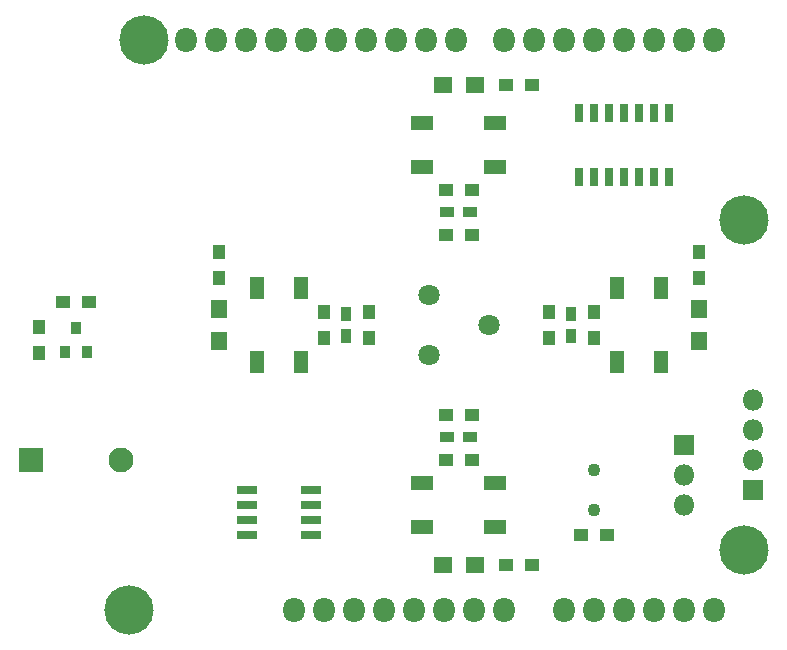
<source format=gbr>
G04 #@! TF.GenerationSoftware,KiCad,Pcbnew,(5.1.4)-1*
G04 #@! TF.CreationDate,2019-12-31T16:27:10-06:00*
G04 #@! TF.ProjectId,learning_shield,6c656172-6e69-46e6-975f-736869656c64,rev?*
G04 #@! TF.SameCoordinates,Original*
G04 #@! TF.FileFunction,Soldermask,Top*
G04 #@! TF.FilePolarity,Negative*
%FSLAX46Y46*%
G04 Gerber Fmt 4.6, Leading zero omitted, Abs format (unit mm)*
G04 Created by KiCad (PCBNEW (5.1.4)-1) date 2019-12-31 16:27:10*
%MOMM*%
%LPD*%
G04 APERTURE LIST*
%ADD10C,1.801600*%
%ADD11O,1.828800X2.133600*%
%ADD12C,4.165600*%
%ADD13C,2.101600*%
%ADD14R,2.101600X2.101600*%
%ADD15R,0.851600X1.301600*%
%ADD16R,1.301600X0.851600*%
%ADD17R,1.401600X1.601600*%
%ADD18R,1.601600X1.401600*%
%ADD19O,1.801600X1.801600*%
%ADD20R,1.801600X1.801600*%
%ADD21R,0.901600X1.001600*%
%ADD22R,1.001600X1.301600*%
%ADD23R,1.301600X1.001600*%
%ADD24C,1.101600*%
%ADD25R,1.201600X1.901600*%
%ADD26R,1.901600X1.201600*%
%ADD27R,0.701600X1.601600*%
%ADD28R,1.651600X0.701600*%
G04 APERTURE END LIST*
D10*
X150368000Y-102235000D03*
X155448000Y-99695000D03*
X150368000Y-97155000D03*
D11*
X138938000Y-123825000D03*
X141478000Y-123825000D03*
X144018000Y-123825000D03*
X146558000Y-123825000D03*
X149098000Y-123825000D03*
X151638000Y-123825000D03*
X154178000Y-123825000D03*
X156718000Y-123825000D03*
X161798000Y-123825000D03*
X164338000Y-123825000D03*
X166878000Y-123825000D03*
X169418000Y-123825000D03*
X171958000Y-123825000D03*
X174498000Y-123825000D03*
X129794000Y-75565000D03*
X132334000Y-75565000D03*
X134874000Y-75565000D03*
X137414000Y-75565000D03*
X139954000Y-75565000D03*
X142494000Y-75565000D03*
X145034000Y-75565000D03*
X147574000Y-75565000D03*
X150114000Y-75565000D03*
X152654000Y-75565000D03*
X156718000Y-75565000D03*
X159258000Y-75565000D03*
X161798000Y-75565000D03*
X164338000Y-75565000D03*
X166878000Y-75565000D03*
X169418000Y-75565000D03*
X171958000Y-75565000D03*
X174498000Y-75565000D03*
D12*
X124968000Y-123825000D03*
X177038000Y-118745000D03*
X126238000Y-75565000D03*
X177038000Y-90805000D03*
D13*
X124313000Y-111125000D03*
D14*
X116713000Y-111125000D03*
D15*
X143383000Y-98745000D03*
X143383000Y-100645000D03*
D16*
X153858000Y-90170000D03*
X151958000Y-90170000D03*
D15*
X162433000Y-98745000D03*
X162433000Y-100645000D03*
D16*
X153858000Y-109220000D03*
X151958000Y-109220000D03*
D17*
X132588000Y-101045000D03*
X132588000Y-98345000D03*
D18*
X154258000Y-79375000D03*
X151558000Y-79375000D03*
D17*
X173228000Y-98345000D03*
X173228000Y-101045000D03*
D18*
X151558000Y-120015000D03*
X154258000Y-120015000D03*
D19*
X177800000Y-106045000D03*
X177800000Y-108585000D03*
X177800000Y-111125000D03*
D20*
X177800000Y-113665000D03*
D19*
X171958000Y-114935000D03*
X171958000Y-112395000D03*
D20*
X171958000Y-109855000D03*
D21*
X120523000Y-99965000D03*
X121473000Y-101965000D03*
X119573000Y-101965000D03*
D22*
X145288000Y-100795000D03*
X145288000Y-98595000D03*
D23*
X151808000Y-92075000D03*
X154008000Y-92075000D03*
D22*
X141478000Y-98595000D03*
X141478000Y-100795000D03*
D23*
X151808000Y-88265000D03*
X154008000Y-88265000D03*
D22*
X160528000Y-98595000D03*
X160528000Y-100795000D03*
D23*
X151808000Y-107315000D03*
X154008000Y-107315000D03*
D22*
X164338000Y-98595000D03*
X164338000Y-100795000D03*
D23*
X154008000Y-111125000D03*
X151808000Y-111125000D03*
D24*
X164338000Y-115365000D03*
X164338000Y-111965000D03*
D23*
X163238000Y-117475000D03*
X165438000Y-117475000D03*
D22*
X132588000Y-95715000D03*
X132588000Y-93515000D03*
D23*
X159088000Y-79375000D03*
X156888000Y-79375000D03*
D22*
X173228000Y-93515000D03*
X173228000Y-95715000D03*
D23*
X159088000Y-120015000D03*
X156888000Y-120015000D03*
D22*
X117348000Y-99865000D03*
X117348000Y-102065000D03*
D23*
X119423000Y-97790000D03*
X121623000Y-97790000D03*
D25*
X139518000Y-96595000D03*
X135818000Y-96595000D03*
X139518000Y-102795000D03*
X135818000Y-102795000D03*
D26*
X149808000Y-82605000D03*
X149808000Y-86305000D03*
X156008000Y-82605000D03*
X156008000Y-86305000D03*
D25*
X166298000Y-102795000D03*
X169998000Y-102795000D03*
X166298000Y-96595000D03*
X169998000Y-96595000D03*
D26*
X156008000Y-116785000D03*
X156008000Y-113085000D03*
X149808000Y-116785000D03*
X149808000Y-113085000D03*
D27*
X170688000Y-87155000D03*
X169418000Y-87155000D03*
X168148000Y-87155000D03*
X166878000Y-87155000D03*
X165608000Y-87155000D03*
X164338000Y-87155000D03*
X163068000Y-87155000D03*
X163068000Y-81755000D03*
X164338000Y-81755000D03*
X165608000Y-81755000D03*
X166878000Y-81755000D03*
X168148000Y-81755000D03*
X169418000Y-81755000D03*
X170688000Y-81755000D03*
D28*
X134968000Y-117475000D03*
X134968000Y-116205000D03*
X134968000Y-114935000D03*
X134968000Y-113665000D03*
X140368000Y-113665000D03*
X140368000Y-114935000D03*
X140368000Y-116205000D03*
X140368000Y-117475000D03*
M02*

</source>
